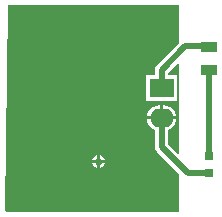
<source format=gbl>
G04*
G04 #@! TF.GenerationSoftware,Altium Limited,Altium Designer,23.10.1 (27)*
G04*
G04 Layer_Physical_Order=2*
G04 Layer_Color=16711680*
%FSLAX44Y44*%
%MOMM*%
G71*
G04*
G04 #@! TF.SameCoordinates,4CE9EA45-4993-4C82-AD02-D2FF3EB750FC*
G04*
G04*
G04 #@! TF.FilePolarity,Positive*
G04*
G01*
G75*
%ADD13R,0.8000X0.8000*%
%ADD14R,1.4500X0.9500*%
%ADD19C,0.5000*%
%ADD20R,2.0000X1.6000*%
%ADD21O,2.0000X1.6000*%
%ADD22C,0.6000*%
G36*
X160000Y152931D02*
X141035Y133965D01*
X139819Y132146D01*
X139392Y130000D01*
Y126000D01*
X132000D01*
Y104000D01*
X158000D01*
Y126000D01*
X150608D01*
Y127677D01*
X158827Y135896D01*
X160000Y135410D01*
Y59590D01*
X158827Y59104D01*
X150608Y67323D01*
Y79686D01*
X152316Y80393D01*
X154517Y82083D01*
X156207Y84284D01*
X157269Y86848D01*
X157464Y88330D01*
X132536D01*
X132731Y86848D01*
X133793Y84284D01*
X135483Y82083D01*
X137684Y80393D01*
X139392Y79686D01*
Y65000D01*
X139819Y62854D01*
X141035Y61035D01*
X160000Y42070D01*
Y10000D01*
X13991D01*
X13798Y10032D01*
X12727Y10484D01*
X15000Y185000D01*
X160000D01*
Y152931D01*
D02*
G37*
%LPC*%
G36*
X147000Y100231D02*
X146270D01*
Y90870D01*
X157464D01*
X157269Y92352D01*
X156207Y94916D01*
X154517Y97117D01*
X152316Y98807D01*
X149752Y99869D01*
X147000Y100231D01*
D02*
G37*
G36*
X143730D02*
X143000D01*
X140248Y99869D01*
X137684Y98807D01*
X135483Y97117D01*
X133793Y94916D01*
X132731Y92352D01*
X132536Y90870D01*
X143730D01*
Y100231D01*
D02*
G37*
G36*
X93076Y57970D02*
Y53770D01*
X97276D01*
X96503Y55638D01*
X94944Y57197D01*
X93076Y57970D01*
D02*
G37*
G36*
X90536D02*
X88668Y57197D01*
X87109Y55638D01*
X86336Y53770D01*
X90536D01*
Y57970D01*
D02*
G37*
G36*
X97276Y51230D02*
X93076D01*
Y47030D01*
X94944Y47803D01*
X96503Y49362D01*
X97276Y51230D01*
D02*
G37*
G36*
X90536D02*
X86336D01*
X87109Y49362D01*
X88668Y47803D01*
X90536Y47030D01*
Y51230D01*
D02*
G37*
%LPD*%
D13*
X185000Y42500D02*
D03*
Y57500D02*
D03*
D14*
Y149750D02*
D03*
Y130250D02*
D03*
D19*
X145000Y65000D02*
Y89600D01*
Y65000D02*
X167500Y42500D01*
X185000D01*
Y57500D02*
Y130250D01*
X184750Y150000D02*
X185000Y149750D01*
X165000Y150000D02*
X184750D01*
X145000Y115000D02*
Y130000D01*
X165000Y150000D01*
D20*
X145000Y115000D02*
D03*
D21*
Y89600D02*
D03*
D22*
X91806Y52500D02*
D03*
M02*

</source>
